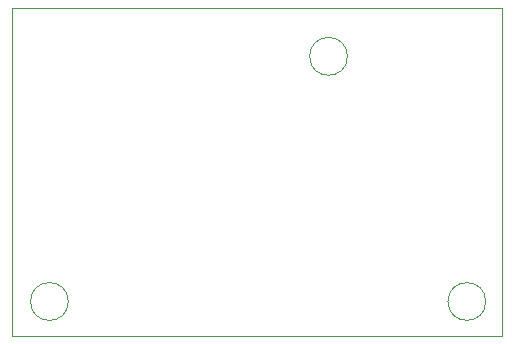
<source format=gbr>
G04*
G04 #@! TF.GenerationSoftware,Altium Limited,Altium Designer,25.8.1 (18)*
G04*
G04 Layer_Color=32768*
%FSLAX25Y25*%
%MOIN*%
G70*
G04*
G04 #@! TF.SameCoordinates,A2030EB1-7BB1-480F-B386-6677E5CB5BAE*
G04*
G04*
G04 #@! TF.FilePolarity,Positive*
G04*
G01*
G75*
%ADD51C,0.00050*%
D51*
X458150Y337083D02*
G03*
X458150Y337083I-6299J0D01*
G01*
X318977Y337085D02*
G03*
X318977Y337085I-6299J0D01*
G01*
X412026Y418790D02*
G03*
X412026Y418790I-6299J0D01*
G01*
X463720Y325675D02*
Y434809D01*
X300335D02*
X463720D01*
X300335Y325675D02*
Y434809D01*
Y325675D02*
X463720D01*
M02*

</source>
